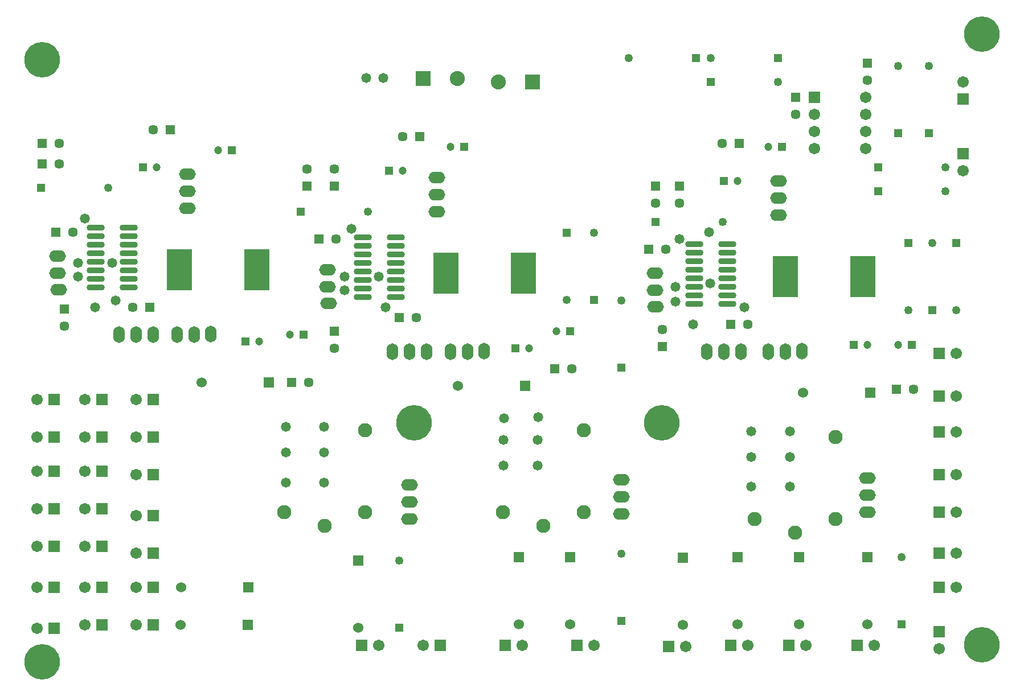
<source format=gts>
G04*
G04 #@! TF.GenerationSoftware,Altium Limited,Altium Designer,23.1.1 (15)*
G04*
G04 Layer_Color=8388736*
%FSLAX44Y44*%
%MOMM*%
G71*
G04*
G04 #@! TF.SameCoordinates,B2619DF1-9EDC-4D65-B863-11D422F83FB1*
G04*
G04*
G04 #@! TF.FilePolarity,Negative*
G04*
G01*
G75*
%ADD18O,2.7032X0.9032*%
%ADD19R,3.7032X6.2032*%
%ADD20C,5.2832*%
%ADD21C,2.1082*%
%ADD22O,1.7272X2.4892*%
%ADD23O,2.4892X1.7272*%
%ADD24R,1.2000X1.2000*%
%ADD25C,1.2000*%
%ADD26C,1.2500*%
%ADD27R,1.2500X1.2500*%
%ADD28R,1.2500X1.2500*%
%ADD29R,1.5240X1.5240*%
%ADD30C,1.5240*%
%ADD31C,1.7032*%
%ADD32R,1.7032X1.7032*%
%ADD33C,1.4532*%
%ADD34R,1.4532X1.4532*%
%ADD35R,1.5240X1.5240*%
%ADD36C,2.2352*%
%ADD37R,2.2352X2.2352*%
%ADD38R,1.7032X1.7032*%
%ADD39C,1.4732*%
%ADD40R,1.4532X1.4532*%
D18*
X1185440Y932180D02*
D03*
Y919480D02*
D03*
Y906780D02*
D03*
Y894080D02*
D03*
Y881380D02*
D03*
Y868680D02*
D03*
Y855980D02*
D03*
Y843280D02*
D03*
X1234440Y932180D02*
D03*
Y919480D02*
D03*
Y906780D02*
D03*
Y894080D02*
D03*
Y881380D02*
D03*
Y868680D02*
D03*
Y855980D02*
D03*
Y843280D02*
D03*
X741680Y853440D02*
D03*
Y866140D02*
D03*
Y878840D02*
D03*
Y891540D02*
D03*
Y904240D02*
D03*
Y916940D02*
D03*
Y929640D02*
D03*
Y942340D02*
D03*
X692680Y853440D02*
D03*
Y866140D02*
D03*
Y878840D02*
D03*
Y891540D02*
D03*
Y904240D02*
D03*
Y916940D02*
D03*
Y929640D02*
D03*
Y942340D02*
D03*
X344540Y868210D02*
D03*
Y880910D02*
D03*
Y893610D02*
D03*
Y906310D02*
D03*
Y919010D02*
D03*
Y931710D02*
D03*
Y944410D02*
D03*
Y957110D02*
D03*
X295540Y868210D02*
D03*
Y880910D02*
D03*
Y893610D02*
D03*
Y906310D02*
D03*
Y919010D02*
D03*
Y931710D02*
D03*
Y944410D02*
D03*
Y957110D02*
D03*
D19*
X1435800Y883920D02*
D03*
X1320800D02*
D03*
X931260Y889000D02*
D03*
X816260D02*
D03*
X535020Y894080D02*
D03*
X420020D02*
D03*
D20*
X1612900Y1244600D02*
D03*
X215900Y311150D02*
D03*
X1136650Y666750D02*
D03*
X768350D02*
D03*
X215900Y1206500D02*
D03*
X1612900Y336550D02*
D03*
D21*
X695960Y533320D02*
D03*
X635960Y513320D02*
D03*
X575960Y533320D02*
D03*
X695960Y655320D02*
D03*
X1395080Y645240D02*
D03*
X1275080Y523240D02*
D03*
X1335080Y503240D02*
D03*
X1395080Y523240D02*
D03*
X1021080Y655320D02*
D03*
X901080Y533320D02*
D03*
X961080Y513320D02*
D03*
X1021080Y533320D02*
D03*
D22*
X1295400Y772160D02*
D03*
X1320800D02*
D03*
X1344930Y773430D02*
D03*
X822960Y772160D02*
D03*
X848360D02*
D03*
X872490Y773430D02*
D03*
X416560Y797560D02*
D03*
X441960D02*
D03*
X466090Y798830D02*
D03*
X381000Y797560D02*
D03*
X330200D02*
D03*
X355600D02*
D03*
X762000Y772160D02*
D03*
X736600D02*
D03*
X787400D02*
D03*
X1254760D02*
D03*
X1203960D02*
D03*
X1229360D02*
D03*
D23*
X1126490Y888746D02*
D03*
Y863346D02*
D03*
X1127760Y839216D02*
D03*
X640080Y894080D02*
D03*
Y868680D02*
D03*
X641350Y844550D02*
D03*
X238760Y914400D02*
D03*
Y889000D02*
D03*
X240030Y864870D02*
D03*
X431800Y1010920D02*
D03*
Y1036320D02*
D03*
Y985520D02*
D03*
X802640Y1005840D02*
D03*
Y1031240D02*
D03*
Y980440D02*
D03*
X762000Y523240D02*
D03*
Y574040D02*
D03*
Y548640D02*
D03*
X1310640Y975360D02*
D03*
Y1026160D02*
D03*
Y1000760D02*
D03*
X1076960Y556260D02*
D03*
Y581660D02*
D03*
Y530860D02*
D03*
X1442720Y558800D02*
D03*
Y584200D02*
D03*
Y533400D02*
D03*
D24*
X1508600Y782320D02*
D03*
X1229520Y1026160D02*
D03*
X1315560Y1076960D02*
D03*
X1422400Y782320D02*
D03*
X1000760Y802640D02*
D03*
X919800Y777240D02*
D03*
X843280Y1076960D02*
D03*
X604360Y797560D02*
D03*
X518320Y787400D02*
D03*
X731680Y1041400D02*
D03*
X497680Y1071880D02*
D03*
X365920Y1046480D02*
D03*
D25*
X1488600Y782320D02*
D03*
X1249520Y1026160D02*
D03*
X1295560Y1076960D02*
D03*
X1442400Y782320D02*
D03*
X980760Y802640D02*
D03*
X939800Y777240D02*
D03*
X823280Y1076960D02*
D03*
X584360Y797560D02*
D03*
X538320Y787400D02*
D03*
X751680Y1041400D02*
D03*
X477680Y1071880D02*
D03*
X385920Y1046480D02*
D03*
D26*
X1076960Y848360D02*
D03*
X1087920Y1209040D02*
D03*
X1309840Y1173480D02*
D03*
X1209840Y1209040D02*
D03*
X1574800Y833920D02*
D03*
X1493520Y466560D02*
D03*
X1558760Y1046480D02*
D03*
Y1010920D02*
D03*
X1488440Y1197280D02*
D03*
X1534160D02*
D03*
X1076960Y471640D02*
D03*
X1227760Y965200D02*
D03*
X746760Y461480D02*
D03*
X314160Y1016000D02*
D03*
X700240Y980440D02*
D03*
X995680Y849160D02*
D03*
X1036320Y949160D02*
D03*
X1503680Y833920D02*
D03*
X1539240Y933920D02*
D03*
D27*
X1076960Y748360D02*
D03*
X1574800Y933920D02*
D03*
X1493520Y366560D02*
D03*
X1488440Y1097280D02*
D03*
X1534160D02*
D03*
X1076960Y371640D02*
D03*
X746760Y361480D02*
D03*
X995680Y949160D02*
D03*
X1036320Y849160D02*
D03*
X1503680Y933920D02*
D03*
X1539240Y833920D02*
D03*
D28*
X1187920Y1209040D02*
D03*
X1209840Y1173480D02*
D03*
X1309840Y1209040D02*
D03*
X1458760Y1046480D02*
D03*
Y1010920D02*
D03*
X1127760Y965200D02*
D03*
X214160Y1016000D02*
D03*
X600240Y980440D02*
D03*
D29*
X522440Y421640D02*
D03*
X521640Y365760D02*
D03*
X1447000Y711200D02*
D03*
X933920Y721360D02*
D03*
X552920Y726440D02*
D03*
D30*
X422440Y421640D02*
D03*
X421640Y365760D02*
D03*
X1442720Y366560D02*
D03*
X1341120D02*
D03*
X1249680D02*
D03*
X1168400Y365760D02*
D03*
X1000760Y366560D02*
D03*
X1347000Y711200D02*
D03*
X924560Y366560D02*
D03*
X685800Y361480D02*
D03*
X833920Y721360D02*
D03*
X452920Y726440D02*
D03*
D31*
X355600Y421640D02*
D03*
Y365760D02*
D03*
X1440180Y1074420D02*
D03*
Y1099820D02*
D03*
Y1125220D02*
D03*
Y1150620D02*
D03*
X1363980Y1074420D02*
D03*
Y1099820D02*
D03*
Y1125220D02*
D03*
X1574800Y769620D02*
D03*
Y706120D02*
D03*
Y652780D02*
D03*
Y472440D02*
D03*
Y533400D02*
D03*
Y589280D02*
D03*
Y421640D02*
D03*
X1351280Y335280D02*
D03*
X355600Y701040D02*
D03*
Y645160D02*
D03*
Y589280D02*
D03*
Y528320D02*
D03*
Y472440D02*
D03*
X279400Y421640D02*
D03*
Y365760D02*
D03*
X208280Y594360D02*
D03*
X279400D02*
D03*
Y538480D02*
D03*
X208280Y421640D02*
D03*
X1584960Y1173480D02*
D03*
X1549400Y330200D02*
D03*
X782320Y335280D02*
D03*
X1264920D02*
D03*
X1172718Y333756D02*
D03*
X1452880Y335280D02*
D03*
X1036320D02*
D03*
X929640D02*
D03*
X716280D02*
D03*
X279400Y701040D02*
D03*
X208280D02*
D03*
X279400Y645160D02*
D03*
Y482600D02*
D03*
X208280Y360680D02*
D03*
Y482600D02*
D03*
Y645160D02*
D03*
Y538480D02*
D03*
X1584960Y1041400D02*
D03*
D32*
X381000Y421640D02*
D03*
Y365760D02*
D03*
X1363980Y1150620D02*
D03*
X1549400Y769620D02*
D03*
Y706120D02*
D03*
Y652780D02*
D03*
Y472440D02*
D03*
Y533400D02*
D03*
Y589280D02*
D03*
Y421640D02*
D03*
X1325880Y335280D02*
D03*
X381000Y701040D02*
D03*
Y645160D02*
D03*
Y589280D02*
D03*
Y528320D02*
D03*
Y472440D02*
D03*
X304800Y421640D02*
D03*
Y365760D02*
D03*
X233680Y594360D02*
D03*
X304800D02*
D03*
Y538480D02*
D03*
X233680Y421640D02*
D03*
X807720Y335280D02*
D03*
X1239520D02*
D03*
X1147318Y333756D02*
D03*
X1427480Y335280D02*
D03*
X1010920D02*
D03*
X904240D02*
D03*
X690880D02*
D03*
X304800Y701040D02*
D03*
X233680D02*
D03*
X304800Y645160D02*
D03*
Y482600D02*
D03*
X233680Y360680D02*
D03*
Y482600D02*
D03*
Y645160D02*
D03*
Y538480D02*
D03*
D33*
X1336040Y1125420D02*
D03*
X1163320Y993340D02*
D03*
X1442720Y1176220D02*
D03*
X1227020Y1082040D02*
D03*
X609600Y1043740D02*
D03*
X1137920Y804980D02*
D03*
X1127760Y993340D02*
D03*
X1511100Y716280D02*
D03*
X1143000Y924560D02*
D03*
X1264920Y812800D02*
D03*
X1003100Y746760D02*
D03*
X650240Y777640D02*
D03*
X248920Y810460D02*
D03*
X241100Y1051560D02*
D03*
Y1082040D02*
D03*
X261420Y949960D02*
D03*
X650240Y1043740D02*
D03*
X751840Y1092200D02*
D03*
X652580Y939800D02*
D03*
X772160Y822960D02*
D03*
X611940Y726440D02*
D03*
X381400Y1102360D02*
D03*
X350920Y838200D02*
D03*
D34*
X1336040Y1150420D02*
D03*
X1163320Y1018340D02*
D03*
X1442720Y1201220D02*
D03*
X609600Y1018740D02*
D03*
X1137920Y779980D02*
D03*
X1127760Y1018340D02*
D03*
X650240Y802640D02*
D03*
X248920Y835460D02*
D03*
X650240Y1018740D02*
D03*
D35*
X1442720Y466560D02*
D03*
X1341120D02*
D03*
X1249680D02*
D03*
X1168400Y465760D02*
D03*
X1000760Y466560D02*
D03*
X924560D02*
D03*
X685800Y461480D02*
D03*
D36*
X833120Y1178560D02*
D03*
X894080Y1173480D02*
D03*
D37*
X782320Y1178560D02*
D03*
X944880Y1173480D02*
D03*
D38*
X1584960Y1148080D02*
D03*
X1549400Y355600D02*
D03*
X1584960Y1066800D02*
D03*
D39*
X722630Y1179576D02*
D03*
X697230D02*
D03*
X1270000Y654050D02*
D03*
X1327150D02*
D03*
X1270000Y615950D02*
D03*
X1327150D02*
D03*
X1270000Y571500D02*
D03*
X1327150D02*
D03*
X635000Y577850D02*
D03*
X577850D02*
D03*
X635000Y622300D02*
D03*
X577850D02*
D03*
X635000Y660400D02*
D03*
X577850D02*
D03*
X952500Y603250D02*
D03*
X901700D02*
D03*
Y641350D02*
D03*
X952500D02*
D03*
X953008Y675132D02*
D03*
X902462Y672846D02*
D03*
X1183640Y812800D02*
D03*
X1207008Y949706D02*
D03*
X1156970Y846836D02*
D03*
X1157224Y868680D02*
D03*
X1209040Y873760D02*
D03*
X665480Y863600D02*
D03*
Y883920D02*
D03*
X1259840Y838200D02*
D03*
X716280Y883920D02*
D03*
X726440Y838200D02*
D03*
X1163320Y939800D02*
D03*
X675640Y955040D02*
D03*
X279400Y970280D02*
D03*
X269240Y883920D02*
D03*
Y904240D02*
D03*
X325120Y848360D02*
D03*
X294640Y838200D02*
D03*
X320040Y904240D02*
D03*
D40*
X1252020Y1082040D02*
D03*
X1486100Y716280D02*
D03*
X1118000Y924560D02*
D03*
X1239920Y812800D02*
D03*
X978100Y746760D02*
D03*
X216100Y1051560D02*
D03*
Y1082040D02*
D03*
X236420Y949960D02*
D03*
X776840Y1092200D02*
D03*
X627580Y939800D02*
D03*
X747160Y822960D02*
D03*
X586940Y726440D02*
D03*
X406400Y1102360D02*
D03*
X375920Y838200D02*
D03*
M02*

</source>
